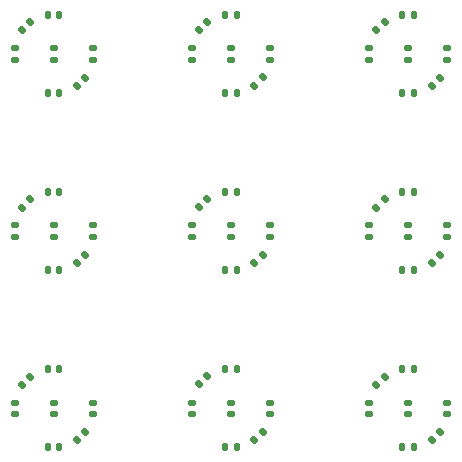
<source format=gbr>
%TF.GenerationSoftware,KiCad,Pcbnew,8.0.5-dirty*%
%TF.CreationDate,2025-01-28T00:49:07-05:00*%
%TF.ProjectId,prrpls406-panel,70727270-6c73-4343-9036-2d70616e656c,rev?*%
%TF.SameCoordinates,Original*%
%TF.FileFunction,Paste,Top*%
%TF.FilePolarity,Positive*%
%FSLAX46Y46*%
G04 Gerber Fmt 4.6, Leading zero omitted, Abs format (unit mm)*
G04 Created by KiCad (PCBNEW 8.0.5-dirty) date 2025-01-28 00:49:07*
%MOMM*%
%LPD*%
G01*
G04 APERTURE LIST*
G04 Aperture macros list*
%AMRoundRect*
0 Rectangle with rounded corners*
0 $1 Rounding radius*
0 $2 $3 $4 $5 $6 $7 $8 $9 X,Y pos of 4 corners*
0 Add a 4 corners polygon primitive as box body*
4,1,4,$2,$3,$4,$5,$6,$7,$8,$9,$2,$3,0*
0 Add four circle primitives for the rounded corners*
1,1,$1+$1,$2,$3*
1,1,$1+$1,$4,$5*
1,1,$1+$1,$6,$7*
1,1,$1+$1,$8,$9*
0 Add four rect primitives between the rounded corners*
20,1,$1+$1,$2,$3,$4,$5,0*
20,1,$1+$1,$4,$5,$6,$7,0*
20,1,$1+$1,$6,$7,$8,$9,0*
20,1,$1+$1,$8,$9,$2,$3,0*%
G04 Aperture macros list end*
%ADD10RoundRect,0.147500X0.147500X0.172500X-0.147500X0.172500X-0.147500X-0.172500X0.147500X-0.172500X0*%
%ADD11RoundRect,0.147500X-0.172500X0.147500X-0.172500X-0.147500X0.172500X-0.147500X0.172500X0.147500X0*%
%ADD12RoundRect,0.147500X-0.017678X0.226274X-0.226274X0.017678X0.017678X-0.226274X0.226274X-0.017678X0*%
%ADD13RoundRect,0.147500X0.017678X-0.226274X0.226274X-0.017678X-0.017678X0.226274X-0.226274X0.017678X0*%
%ADD14RoundRect,0.147500X0.172500X-0.147500X0.172500X0.147500X-0.172500X0.147500X-0.172500X-0.147500X0*%
%ADD15RoundRect,0.147500X-0.147500X-0.172500X0.147500X-0.172500X0.147500X0.172500X-0.147500X0.172500X0*%
G04 APERTURE END LIST*
D10*
%TO.C,D1*%
X39483776Y-35699694D03*
X38513776Y-35699694D03*
%TD*%
D11*
%TO.C,D7*%
X20698776Y-8514694D03*
X20698776Y-9484694D03*
%TD*%
%TO.C,D4*%
X23998776Y-23514694D03*
X23998776Y-24484694D03*
%TD*%
D12*
%TO.C,D2*%
X37008270Y-36323295D03*
X36322376Y-37009189D03*
%TD*%
D10*
%TO.C,D1*%
X9483776Y-5699694D03*
X8513776Y-5699694D03*
%TD*%
D11*
%TO.C,D4*%
X23998776Y-8514694D03*
X23998776Y-9484694D03*
%TD*%
D13*
%TO.C,D6*%
X40989281Y-26702641D03*
X41675175Y-26016747D03*
%TD*%
D14*
%TO.C,D4*%
X38998776Y-24484694D03*
X38998776Y-23514694D03*
%TD*%
D13*
%TO.C,D6*%
X40989281Y-41702641D03*
X41675175Y-41016747D03*
%TD*%
D11*
%TO.C,D7*%
X20698776Y-38514694D03*
X20698776Y-39484694D03*
%TD*%
%TO.C,D3*%
X35698776Y-38514694D03*
X35698776Y-39484694D03*
%TD*%
D14*
%TO.C,D4*%
X38998776Y-39484694D03*
X38998776Y-38514694D03*
%TD*%
D13*
%TO.C,D6*%
X10989281Y-26702641D03*
X11675175Y-26016747D03*
%TD*%
D11*
%TO.C,D7*%
X20698776Y-23514694D03*
X20698776Y-24484694D03*
%TD*%
D13*
%TO.C,D2*%
X25989282Y-41676093D03*
X26675176Y-40990199D03*
%TD*%
D10*
%TO.C,D1*%
X9483776Y-35699694D03*
X8513776Y-35699694D03*
%TD*%
D13*
%TO.C,D6*%
X10989281Y-41702641D03*
X11675175Y-41016747D03*
%TD*%
D14*
%TO.C,D7*%
X42298776Y-24484694D03*
X42298776Y-23514694D03*
%TD*%
D11*
%TO.C,D3*%
X35698776Y-23514694D03*
X35698776Y-24484694D03*
%TD*%
D14*
%TO.C,D4*%
X38998776Y-9484694D03*
X38998776Y-8514694D03*
%TD*%
D13*
%TO.C,D6*%
X10989281Y-11702641D03*
X11675175Y-11016747D03*
%TD*%
D12*
%TO.C,D2*%
X37008270Y-21323295D03*
X36322376Y-22009189D03*
%TD*%
D15*
%TO.C,D5*%
X38513776Y-42299694D03*
X39483776Y-42299694D03*
%TD*%
%TO.C,D1*%
X23513776Y-12299694D03*
X24483776Y-12299694D03*
%TD*%
D12*
%TO.C,D2*%
X37008270Y-6323295D03*
X36322376Y-7009189D03*
%TD*%
D11*
%TO.C,D3*%
X5698776Y-8514694D03*
X5698776Y-9484694D03*
%TD*%
D10*
%TO.C,D5*%
X24483776Y-5699694D03*
X23513776Y-5699694D03*
%TD*%
D13*
%TO.C,D6*%
X40989281Y-11702641D03*
X41675175Y-11016747D03*
%TD*%
D14*
%TO.C,D7*%
X12298776Y-24484694D03*
X12298776Y-23514694D03*
%TD*%
D15*
%TO.C,D5*%
X8513776Y-12299694D03*
X9483776Y-12299694D03*
%TD*%
D14*
%TO.C,D3*%
X27298776Y-9484694D03*
X27298776Y-8514694D03*
%TD*%
D15*
%TO.C,D5*%
X8513776Y-42299694D03*
X9483776Y-42299694D03*
%TD*%
D10*
%TO.C,D1*%
X39483776Y-20699694D03*
X38513776Y-20699694D03*
%TD*%
%TO.C,D5*%
X24483776Y-20699694D03*
X23513776Y-20699694D03*
%TD*%
D14*
%TO.C,D3*%
X27298776Y-39484694D03*
X27298776Y-38514694D03*
%TD*%
D11*
%TO.C,D3*%
X5698776Y-38514694D03*
X5698776Y-39484694D03*
%TD*%
D14*
%TO.C,D4*%
X8998776Y-9484694D03*
X8998776Y-8514694D03*
%TD*%
D11*
%TO.C,D4*%
X23998776Y-38514694D03*
X23998776Y-39484694D03*
%TD*%
D12*
%TO.C,D2*%
X7008270Y-6323295D03*
X6322376Y-7009189D03*
%TD*%
D14*
%TO.C,D7*%
X42298776Y-9484694D03*
X42298776Y-8514694D03*
%TD*%
D10*
%TO.C,D1*%
X9483776Y-20699694D03*
X8513776Y-20699694D03*
%TD*%
D14*
%TO.C,D4*%
X8998776Y-24484694D03*
X8998776Y-23514694D03*
%TD*%
D15*
%TO.C,D1*%
X23513776Y-27299694D03*
X24483776Y-27299694D03*
%TD*%
D14*
%TO.C,D7*%
X12298776Y-39484694D03*
X12298776Y-38514694D03*
%TD*%
D10*
%TO.C,D5*%
X24483776Y-35699694D03*
X23513776Y-35699694D03*
%TD*%
D14*
%TO.C,D7*%
X42298776Y-39484694D03*
X42298776Y-38514694D03*
%TD*%
D12*
%TO.C,D2*%
X7008270Y-21323295D03*
X6322376Y-22009189D03*
%TD*%
D13*
%TO.C,D2*%
X25989282Y-26676093D03*
X26675176Y-25990199D03*
%TD*%
D15*
%TO.C,D5*%
X38513776Y-12299694D03*
X39483776Y-12299694D03*
%TD*%
D14*
%TO.C,D7*%
X12298776Y-9484694D03*
X12298776Y-8514694D03*
%TD*%
D11*
%TO.C,D3*%
X5698776Y-23514694D03*
X5698776Y-24484694D03*
%TD*%
D12*
%TO.C,D6*%
X22008271Y-21296747D03*
X21322377Y-21982641D03*
%TD*%
%TO.C,D2*%
X7008270Y-36323295D03*
X6322376Y-37009189D03*
%TD*%
D10*
%TO.C,D1*%
X39483776Y-5699694D03*
X38513776Y-5699694D03*
%TD*%
D14*
%TO.C,D3*%
X27298776Y-24484694D03*
X27298776Y-23514694D03*
%TD*%
D11*
%TO.C,D3*%
X35698776Y-8514694D03*
X35698776Y-9484694D03*
%TD*%
D15*
%TO.C,D5*%
X8513776Y-27299694D03*
X9483776Y-27299694D03*
%TD*%
%TO.C,D1*%
X23513776Y-42299694D03*
X24483776Y-42299694D03*
%TD*%
D13*
%TO.C,D2*%
X25989282Y-11676093D03*
X26675176Y-10990199D03*
%TD*%
D12*
%TO.C,D6*%
X22008271Y-36296747D03*
X21322377Y-36982641D03*
%TD*%
D15*
%TO.C,D5*%
X38513776Y-27299694D03*
X39483776Y-27299694D03*
%TD*%
D14*
%TO.C,D4*%
X8998776Y-39484694D03*
X8998776Y-38514694D03*
%TD*%
D12*
%TO.C,D6*%
X22008271Y-6296747D03*
X21322377Y-6982641D03*
%TD*%
M02*

</source>
